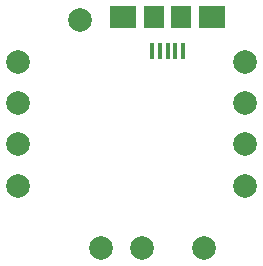
<source format=gbs>
%TF.GenerationSoftware,KiCad,Pcbnew,(5.1.9)-1*%
%TF.CreationDate,2022-09-16T17:22:16+02:00*%
%TF.ProjectId,increment,696e6372-656d-4656-9e74-2e6b69636164,rev?*%
%TF.SameCoordinates,Original*%
%TF.FileFunction,Soldermask,Bot*%
%TF.FilePolarity,Negative*%
%FSLAX46Y46*%
G04 Gerber Fmt 4.6, Leading zero omitted, Abs format (unit mm)*
G04 Created by KiCad (PCBNEW (5.1.9)-1) date 2022-09-16 17:22:16*
%MOMM*%
%LPD*%
G01*
G04 APERTURE LIST*
%ADD10R,0.400000X1.400000*%
%ADD11R,2.300000X1.900000*%
%ADD12R,1.800000X1.900000*%
%ADD13C,2.000000*%
G04 APERTURE END LIST*
D10*
%TO.C,J1*%
X156600000Y-90050000D03*
X157250000Y-90050000D03*
X157900000Y-90050000D03*
X158550000Y-90050000D03*
X159200000Y-90050000D03*
D11*
X154150000Y-87200000D03*
X161650000Y-87200000D03*
D12*
X156750000Y-87200000D03*
X159050000Y-87200000D03*
%TD*%
D13*
%TO.C,TP12*%
X164500000Y-101500000D03*
%TD*%
%TO.C,TP11*%
X164500000Y-98000000D03*
%TD*%
%TO.C,TP10*%
X164500000Y-94500000D03*
%TD*%
%TO.C,TP9*%
X164500000Y-91000000D03*
%TD*%
%TO.C,TP8*%
X161000000Y-106750000D03*
%TD*%
%TO.C,TP7*%
X155750000Y-106750000D03*
%TD*%
%TO.C,TP6*%
X150500000Y-87500000D03*
%TD*%
%TO.C,TP5*%
X152250000Y-106750000D03*
%TD*%
%TO.C,TP4*%
X145250000Y-101500000D03*
%TD*%
%TO.C,TP3*%
X145250000Y-98000000D03*
%TD*%
%TO.C,TP2*%
X145250000Y-94500000D03*
%TD*%
%TO.C,TP1*%
X145250000Y-91000000D03*
%TD*%
M02*

</source>
